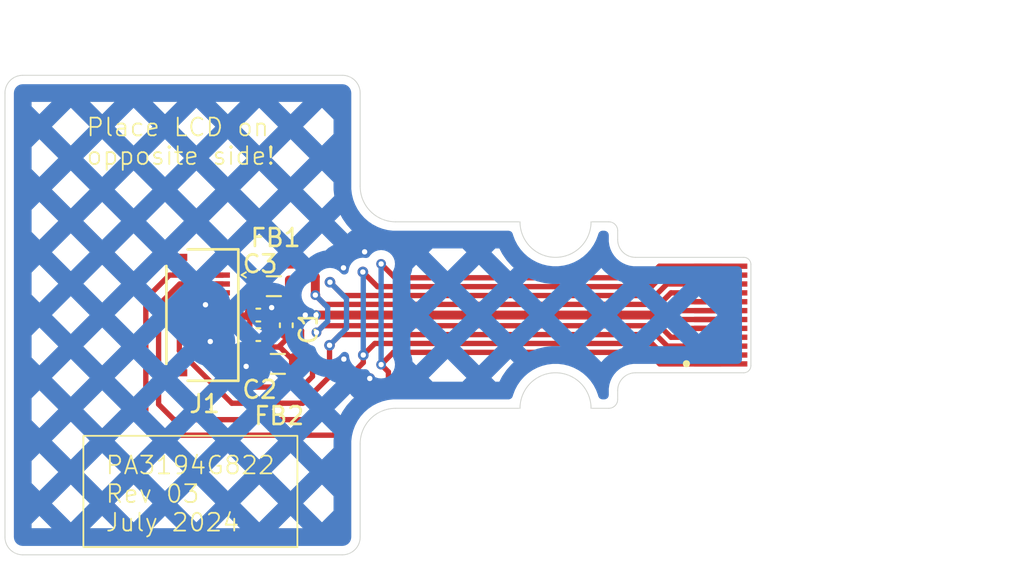
<source format=kicad_pcb>
(kicad_pcb (version 20240108) (generator "pcbnew") (generator_version "8.0")
  (title_block (title "Daughterboard") (date "2024-07-26") (rev "3"))
  (layers (0 "F.Cu" signal) (31 "B.Cu" signal) (34 "B.Paste" user) (35 "F.Paste" user) (36 "B.SilkS" user "B.Silkscreen") (37 "F.SilkS" user "F.Silkscreen") (38 "B.Mask" user) (39 "F.Mask" user) (44 "Edge.Cuts" user))
  (net 0 "")
  (net 1 "/VDDA")
  (net 2 "/VSSA")
  (net 3 "GND")
  (net 4 "/VDD")
  (net 5 "/SPI_CS")
  (net 6 "/SPI_SDI")
  (net 7 "/SPI_CLK")
  (footprint "Capacitor_SMD:C_0402_1005Metric" (layer "F.Cu") (at 118.265 101.1)
    (property "Reference" "C2" (at 0.075 3.1 0) (layer "F.SilkS"))
    (property "Value" "1u")
    (fp_line (start -0.107836 -0.36) (end 0.107836 -0.36) (stroke (width 0.12)) (layer "F.SilkS"))
    (fp_line (start -0.107836 0.36) (end 0.107836 0.36) (stroke (width 0.12)) (layer "F.SilkS"))
    (pad "1" smd roundrect (at -0.48 0) (size 0.56 0.62) (layers "F.Cu" "F.Paste" "F.Mask") (net 4 "/VDD"))
    (pad "2" smd roundrect (at 0.48 0) (size 0.56 0.62) (layers "F.Cu" "F.Paste" "F.Mask") (net 3 "GND"))
  )
  (footprint "Capacitor_SMD:C_0402_1005Metric" (layer "F.Cu") (at 119.84 100.575 90)
    (property "Reference" "C1" (at -0.1 1.25 -90) (layer "F.SilkS"))
    (property "Value" "1u")
    (fp_line (start -0.107836 -0.36) (end 0.107836 -0.36) (stroke (width 0.12)) (layer "F.SilkS"))
    (fp_line (start -0.107836 0.36) (end 0.107836 0.36) (stroke (width 0.12)) (layer "F.SilkS"))
    (pad "1" smd roundrect (at -0.48 0 90) (size 0.56 0.62) (layers "F.Cu" "F.Paste" "F.Mask") (net 2 "/VSSA"))
    (pad "2" smd roundrect (at 0.48 0 90) (size 0.56 0.62) (layers "F.Cu" "F.Paste" "F.Mask") (net 1 "/VDDA"))
  )
  (footprint "Inductor_SMD:L_0805_2012Metric" (layer "F.Cu") (at 119.14 98.375)
    (property "Reference" "FB1" (at 0.1 -2.725 0) (layer "F.SilkS"))
    (property "Value" "2k7")
    (fp_line (start -0.399622 -0.56) (end 0.399622 -0.56) (stroke (width 0.12)) (layer "F.SilkS"))
    (fp_line (start -0.399622 0.56) (end 0.399622 0.56) (stroke (width 0.12)) (layer "F.SilkS"))
    (pad "1" smd roundrect (at -1.0625 0) (size 0.875 1.2) (layers "F.Cu" "F.Paste" "F.Mask") (net 4 "/VDD"))
    (pad "2" smd roundrect (at 1.0625 0) (size 0.875 1.2) (layers "F.Cu" "F.Paste" "F.Mask") (net 1 "/VDDA"))
  )
  (footprint "Tundra_Connectors:Conn-FPC_Hirose-FH34SRJ-10S-0-5SH-50" (layer "F.Cu") (at 115.24 100 -90)
    (property "Reference" "J1" (at 5 0 180) (layer "F.SilkS"))
    (property "Value" "FH34SRJ-10S-0-5SH-50")
    (fp_line (start -2.762317 2.149624) (end 2.745517 2.149624) (stroke (width 0.1524)) (layer "F.SilkS"))
    (fp_line (start 3.7 0.95) (end 3.7 -1.9) (stroke (width 0.1524)) (layer "F.SilkS"))
    (fp_line (start -3.7 -1.9) (end -3.7 0.95) (stroke (width 0.1524)) (layer "F.SilkS"))
    (fp_line (start 3.7 -1.9) (end -3.7 -1.9) (stroke (width 0.1524)) (layer "F.SilkS"))
    (fp_line (start -2.26 -2.08) (end -2.11 -2.33) (stroke (width 0.1)) (layer "F.SilkS"))
    (fp_line (start -2.41 -2.33) (end -2.26 -2.08) (stroke (width 0.1)) (layer "F.SilkS"))
    (pad "1" smd rect (at -2.25 -1.025 270) (size 0.3 0.8) (layers "F.Cu" "F.Paste" "F.Mask") (net 7 "/SPI_CLK"))
    (pad "2" smd rect (at -1.75 -1.025 270) (size 0.3 0.8) (layers "F.Cu" "F.Paste" "F.Mask") (net 6 "/SPI_SDI"))
    (pad "3" smd rect (at -1.25 -1.025 270) (size 0.3 0.8) (layers "F.Cu" "F.Paste" "F.Mask") (net 5 "/SPI_CS"))
    (pad "4" smd rect (at -0.75 -1.025 270) (size 0.3 0.8) (layers "F.Cu" "F.Paste" "F.Mask") (net 3 "GND"))
    (pad "5" smd rect (at -0.25 -1.025 270) (size 0.3 0.8) (layers "F.Cu" "F.Paste" "F.Mask") (net 4 "/VDD"))
    (pad "6" smd rect (at 0.25 -1.025 270) (size 0.3 0.8) (layers "F.Cu" "F.Paste" "F.Mask") (net 1 "/VDDA"))
    (pad "7" smd rect (at 0.75 -1.025 270) (size 0.3 0.8) (layers "F.Cu" "F.Paste" "F.Mask") (net 4 "/VDD"))
    (pad "8" smd rect (at 1.25 -1.025 270) (size 0.3 0.8) (layers "F.Cu" "F.Paste" "F.Mask") (net 3 "GND"))
    (pad "9" smd rect (at 1.75 -1.025 270) (size 0.3 0.8) (layers "F.Cu" "F.Paste" "F.Mask") (net 3 "GND"))
    (pad "10" smd rect (at 2.25 -1.025 270) (size 0.3 0.8) (layers "F.Cu" "F.Paste" "F.Mask") (net 2 "/VSSA"))
    (pad "MP" smd rect (at -3.25 1.475 270) (size 0.4 1) (layers "F.Cu" "F.Paste" "F.Mask"))
    (pad "MP" smd rect (at 3.25 1.475 270) (size 0.4 1) (layers "F.Cu" "F.Paste" "F.Mask"))
  )
  (footprint "Inductor_SMD:L_0805_2012Metric" (layer "F.Cu") (at 119.365 102.75 180)
    (property "Reference" "FB2" (at -0.075 -2.925 180) (layer "F.SilkS"))
    (property "Value" "2k7")
    (fp_line (start -0.399622 0.56) (end 0.399622 0.56) (stroke (width 0.12)) (layer "F.SilkS"))
    (fp_line (start -0.399622 -0.56) (end 0.399622 -0.56) (stroke (width 0.12)) (layer "F.SilkS"))
    (pad "1" smd roundrect (at -1.0625 0 180) (size 0.875 1.2) (layers "F.Cu" "F.Paste" "F.Mask") (net 2 "/VSSA"))
    (pad "2" smd roundrect (at 1.0625 0 180) (size 0.875 1.2) (layers "F.Cu" "F.Paste" "F.Mask") (net 3 "GND"))
  )
  (footprint "Tundra_Connectors:Conn-FPC-CustomCable_01x12" (layer "F.Cu") (at 144.3 100 90)
    (property "Reference" "J2" (hide yes))
    (property "Value" "FPC-CustomCable_01x12")
    (fp_circle (center -2.74 -1.93) (end -2.64 -1.93) (stroke (width 0.2)) (fill none) (layer "F.SilkS"))
    (pad "1" smd rect (at -2.75 0 90) (size 0.3 3) (layers "F.Cu" "F.Paste" "F.Mask") (net 7 "/SPI_CLK"))
    (pad "2" smd rect (at -2.25 0 90) (size 0.3 3) (layers "F.Cu" "F.Paste" "F.Mask") (net 6 "/SPI_SDI"))
    (pad "3" smd rect (at -1.75 0 90) (size 0.3 3) (layers "F.Cu" "F.Paste" "F.Mask") (net 5 "/SPI_CS"))
    (pad "4" smd rect (at -1.25 0 90) (size 0.3 3) (layers "F.Cu" "F.Paste" "F.Mask") (net 4 "/VDD"))
    (pad "5" smd rect (at -0.75 0 90) (size 0.3 3) (layers "F.Cu" "F.Paste" "F.Mask") (net 3 "GND"))
    (pad "6" smd rect (at -0.25 0 90) (size 0.3 3) (layers "F.Cu" "F.Paste" "F.Mask") (net 3 "GND"))
    (pad "7" smd rect (at 0.25 0 90) (size 0.3 3) (layers "F.Cu" "F.Paste" "F.Mask") (net 3 "GND"))
    (pad "8" smd rect (at 0.75 0 90) (size 0.3 3) (layers "F.Cu" "F.Paste" "F.Mask") (net 3 "GND"))
    (pad "9" smd rect (at 1.25 0 90) (size 0.3 3) (layers "F.Cu" "F.Paste" "F.Mask") (net 4 "/VDD"))
    (pad "10" smd rect (at 1.75 0 90) (size 0.3 3) (layers "F.Cu" "F.Paste" "F.Mask") (net 5 "/SPI_CS"))
    (pad "11" smd rect (at 2.25 0 90) (size 0.3 3) (layers "F.Cu" "F.Paste" "F.Mask") (net 6 "/SPI_SDI"))
    (pad "12" smd rect (at 2.75 0 90) (size 0.3 3) (layers "F.Cu" "F.Paste" "F.Mask") (net 7 "/SPI_CLK"))
  )
  (footprint "Capacitor_SMD:C_0402_1005Metric" (layer "F.Cu") (at 118.265 100)
    (property "Reference" "C3" (at 0.1 -2.875 0) (layer "F.SilkS"))
    (property "Value" "560")
    (fp_line (start -0.107836 -0.36) (end 0.107836 -0.36) (stroke (width 0.12)) (layer "F.SilkS"))
    (fp_line (start -0.107836 0.36) (end 0.107836 0.36) (stroke (width 0.12)) (layer "F.SilkS"))
    (pad "1" smd roundrect (at -0.48 0) (size 0.56 0.62) (layers "F.Cu" "F.Paste" "F.Mask") (net 4 "/VDD"))
    (pad "2" smd roundrect (at 0.48 0) (size 0.56 0.62) (layers "F.Cu" "F.Paste" "F.Mask") (net 3 "GND"))
  )
  (gr_rect (start 108.415 106.8) (end 120.465 113.065) (stroke (width 0.1)) (fill none) (layer "F.SilkS"))
  (gr_arc (start 104 87.5) (mid 104.292893 86.792893) (end 105 86.5) (stroke (width 0.05)) (layer "Edge.Cuts"))
  (gr_arc (start 139.5 96.75) (mid 138.792893 96.457107) (end 138.5 95.75) (stroke (width 0.05)) (layer "Edge.Cuts"))
  (gr_line (start 139.5 96.75) (end 145.6 96.75) (stroke (width 0.05)) (layer "Edge.Cuts"))
  (gr_line (start 105 86.5) (end 123 86.5) (stroke (width 0.05)) (layer "Edge.Cuts"))
  (gr_line (start 124 112.5) (end 124 107.25) (stroke (width 0.05)) (layer "Edge.Cuts"))
  (gr_line (start 133 105.25) (end 126 105.25) (stroke (width 0.05)) (layer "Edge.Cuts"))
  (gr_line (start 105 113.5) (end 123 113.5) (stroke (width 0.05)) (layer "Edge.Cuts"))
  (gr_arc (start 123 86.5) (mid 123.707107 86.792893) (end 124 87.5) (stroke (width 0.05)) (layer "Edge.Cuts"))
  (gr_arc (start 133 105.25) (mid 135 103.25) (end 137 105.25) (stroke (width 0.05)) (layer "Edge.Cuts"))
  (gr_line (start 146 97.15) (end 146 102.85) (stroke (width 0.05)) (layer "Edge.Cuts"))
  (gr_arc (start 138.5 104.25) (mid 138.792893 103.542893) (end 139.5 103.25) (stroke (width 0.05)) (layer "Edge.Cuts"))
  (gr_arc (start 124 112.5) (mid 123.707107 113.207107) (end 123 113.5) (stroke (width 0.05)) (layer "Edge.Cuts"))
  (gr_arc (start 145.6 96.75) (mid 145.882843 96.867157) (end 146 97.15) (stroke (width 0.05)) (layer "Edge.Cuts"))
  (gr_line (start 124 87.5) (end 124 92.75) (stroke (width 0.05)) (layer "Edge.Cuts"))
  (gr_arc (start 138 94.75) (mid 138.353553 94.896447) (end 138.5 95.25) (stroke (width 0.05)) (layer "Edge.Cuts"))
  (gr_line (start 139.5 103.25) (end 145.6 103.25) (stroke (width 0.05)) (layer "Edge.Cuts"))
  (gr_line (start 137 105.25) (end 138 105.25) (stroke (width 0.05)) (layer "Edge.Cuts"))
  (gr_arc (start 146 102.85) (mid 145.882843 103.132843) (end 145.6 103.25) (stroke (width 0.05)) (layer "Edge.Cuts"))
  (gr_line (start 138.5 95.25) (end 138.5 95.75) (stroke (width 0.05)) (layer "Edge.Cuts"))
  (gr_arc (start 126 94.75) (mid 124.585786 94.164214) (end 124 92.75) (stroke (width 0.05)) (layer "Edge.Cuts"))
  (gr_arc (start 138.5 104.75) (mid 138.353553 105.103553) (end 138 105.25) (stroke (width 0.05)) (layer "Edge.Cuts"))
  (gr_line (start 137 94.75) (end 138 94.75) (stroke (width 0.05)) (layer "Edge.Cuts"))
  (gr_line (start 104 87.5) (end 104 112.5) (stroke (width 0.05)) (layer "Edge.Cuts"))
  (gr_arc (start 105 113.5) (mid 104.292893 113.207107) (end 104 112.5) (stroke (width 0.05)) (layer "Edge.Cuts"))
  (gr_arc (start 124 107.25) (mid 124.585786 105.835786) (end 126 105.25) (stroke (width 0.05)) (layer "Edge.Cuts"))
  (gr_arc (start 137 94.75) (mid 135 96.75) (end 133 94.75) (stroke (width 0.05)) (layer "Edge.Cuts"))
  (gr_line (start 133 94.75) (end 126 94.75) (stroke (width 0.05)) (layer "Edge.Cuts"))
  (gr_line (start 138.5 104.75) (end 138.5 104.25) (stroke (width 0.05)) (layer "Edge.Cuts"))
  (gr_text "Place LCD on \nopposite side!" (at 108.52 91.62 0) (layer "F.SilkS") (effects (font (size 1 1) (thickness 0.1)) (justify left bottom)))
  (gr_text "PA3194G822\nRev 03\nJuly 2024" (at 109.605 112.2625 0) (layer "F.SilkS") (effects (font (size 1 1) (thickness 0.1)) (justify left bottom)))
  (segment (start 120.7 101.43) (end 120.7 100.88) (width 0.3) (layer "F.Cu") (net 1))
  (segment (start 120.4275 99.0675) (end 120.4275 98.53) (width 0.3) (layer "F.Cu") (net 1))
  (segment (start 119.84 100.225) (end 119.84 99.655) (width 0.3) (layer "F.Cu") (net 1))
  (segment (start 116.265 100.25) (end 115.02 100.25) (width 0.3) (layer "F.Cu") (net 1))
  (segment (start 121.315 103.455) (end 121.315 102.045) (width 0.3) (layer "F.Cu") (net 1))
  (segment (start 116.835 104.055) (end 120.715 104.055) (width 0.3) (layer "F.Cu") (net 1))
  (segment (start 119.915 100.095) (end 119.84 100.095) (width 0.3) (layer "F.Cu") (net 1))
  (segment (start 119.84 99.655) (end 120.4275 99.0675) (width 0.3) (layer "F.Cu") (net 1))
  (segment (start 121.315 102.045) (end 120.7 101.43) (width 0.3) (layer "F.Cu") (net 1))
  (segment (start 120.715 104.055) (end 121.315 103.455) (width 0.3) (layer "F.Cu") (net 1))
  (segment (start 114.6 101.82) (end 116.835 104.055) (width 0.3) (layer "F.Cu") (net 1))
  (segment (start 120.7 100.88) (end 119.915 100.095) (width 0.3) (layer "F.Cu") (net 1))
  (segment (start 115.02 100.25) (end 114.6 100.67) (width 0.3) (layer "F.Cu") (net 1))
  (segment (start 114.6 100.67) (end 114.6 101.82) (width 0.3) (layer "F.Cu") (net 1))
  (segment (start 119.84 101.3675) (end 119.48375 101.72375) (width 0.3) (layer "F.Cu") (net 2))
  (segment (start 119.4075 101.8) (end 119.48375 101.72375) (width 0.3) (layer "F.Cu") (net 2))
  (segment (start 116.265 102.25) (end 116.91 102.25) (width 0.3) (layer "F.Cu") (net 2))
  (segment (start 117.36 101.8) (end 119.4075 101.8) (width 0.3) (layer "F.Cu") (net 2))
  (segment (start 116.91 102.25) (end 117.36 101.8) (width 0.3) (layer "F.Cu") (net 2))
  (segment (start 119.4075 101.8) (end 119.4775 101.8) (width 0.3) (layer "F.Cu") (net 2))
  (segment (start 119.4775 101.8) (end 120.4275 102.75) (width 0.3) (layer "F.Cu") (net 2))
  (segment (start 119.84 101.185) (end 119.84 101.3675) (width 0.3) (layer "F.Cu") (net 2))
  (segment (start 117.595 102.905) (end 117.58 102.89) (width 0.3) (layer "F.Cu") (net 3))
  (segment (start 118.745 99.85) (end 119.015 99.58) (width 0.3) (layer "F.Cu") (net 3))
  (segment (start 116.265 101.75) (end 115.82 101.75) (width 0.3) (layer "F.Cu") (net 3))
  (segment (start 116.265 99.25) (end 115.46 99.25) (width 0.3) (layer "F.Cu") (net 3))
  (segment (start 140.975 100) (end 141.725 99.25) (width 0.3) (layer "F.Cu") (net 3))
  (segment (start 121.52 100) (end 120.91 100) (width 0.5) (layer "F.Cu") (net 3))
  (segment (start 140.975 100) (end 121.52 100) (width 0.5) (layer "F.Cu") (net 3))
  (segment (start 141.725 100.75) (end 141.075 100.1) (width 0.3) (layer "F.Cu") (net 3))
  (segment (start 116.265 101.25) (end 115.8 101.25) (width 0.3) (layer "F.Cu") (net 3))
  (segment (start 118.745 99.96) (end 118.745 100.18) (width 0.3) (layer "F.Cu") (net 3))
  (segment (start 144.3 100.75) (end 141.725 100.75) (width 0.3) (layer "F.Cu") (net 3))
  (segment (start 118.0775 103.0675) (end 118.0775 102.905) (width 0.3) (layer "F.Cu") (net 3))
  (segment (start 118.745 99.96) (end 118.745 99.85) (width 0.3) (layer "F.Cu") (net 3))
  (segment (start 115.8 101.25) (end 115.56 101.49) (width 0.3) (layer "F.Cu") (net 3))
  (segment (start 115.82 101.75) (end 115.56 101.49) (width 0.3) (layer "F.Cu") (net 3))
  (segment (start 117.69 102.905) (end 117.595 102.905) (width 0.3) (layer "F.Cu") (net 3))
  (segment (start 144.3 100.25) (end 141.225 100.25) (width 0.3) (layer "F.Cu") (net 3))
  (segment (start 144.3 99.75) (end 141.225 99.75) (width 0.3) (layer "F.Cu") (net 3))
  (segment (start 141.225 100.25) (end 140.975 100) (width 0.3) (layer "F.Cu") (net 3))
  (segment (start 118.3025 102.75) (end 117.72 102.75) (width 0.3) (layer "F.Cu") (net 3))
  (segment (start 117.69 102.905) (end 118.0775 102.905) (width 0.3) (layer "F.Cu") (net 3))
  (segment (start 141.725 99.25) (end 144.3 99.25) (width 0.3) (layer "F.Cu") (net 3))
  (segment (start 117.72 102.75) (end 117.58 102.89) (width 0.3) (layer "F.Cu") (net 3))
  (segment (start 141.225 100.25) (end 141.075 100.1) (width 0.3) (layer "F.Cu") (net 3))
  (segment (start 141.225 99.75) (end 140.975 100) (width 0.3) (layer "F.Cu") (net 3))
  (segment (start 141.075 100.1) (end 140.975 100) (width 0.3) (layer "F.Cu") (net 3))
  (segment (start 118.745 100) (end 118.745 101.1) (width 0.3) (layer "F.Cu") (net 3))
  (segment (start 115.46 99.25) (end 115.29 99.42) (width 0.3) (layer "F.Cu") (net 3))
  (via (at 119.015 99.58) (size 0.6) (drill 0.3) (layers "F.Cu" "B.Cu") (net 3))
  (via (at 123.06 97.34) (size 0.6) (drill 0.3) (layers "F.Cu" "B.Cu") (net 3))
  (via (at 115.29 99.42) (size 0.6) (drill 0.3) (layers "F.Cu" "B.Cu") (net 3))
  (via (at 121.52 100) (size 0.55) (drill 0.3) (layers "F.Cu" "B.Cu") (net 3))
  (via (at 123.08 102.48) (size 0.6) (drill 0.3) (layers "F.Cu" "B.Cu") (net 3))
  (via (at 124.25 96.44) (size 0.6) (drill 0.3) (layers "F.Cu" "B.Cu") (net 3))
  (via (at 117.58 102.89) (size 0.6) (drill 0.3) (layers "F.Cu" "B.Cu") (net 3))
  (via (at 120.91 100) (size 0.55) (drill 0.3) (layers "F.Cu" "B.Cu") (net 3))
  (via (at 115.56 101.49) (size 0.6) (drill 0.3) (layers "F.Cu" "B.Cu") (net 3))
  (via (at 124.54 103.57) (size 0.6) (drill 0.3) (layers "F.Cu" "B.Cu") (net 3))
  (segment (start 116.82 100.75) (end 117.57 100) (width 0.3) (layer "F.Cu") (net 4))
  (segment (start 144.3 98.75) (end 141.5 98.75) (width 0.3) (layer "F.Cu") (net 4))
  (segment (start 141.5 101.25) (end 140.85 100.6) (width 0.3) (layer "F.Cu") (net 4))
  (segment (start 121.975 100.6) (end 121.92 100.6) (width 0.3) (layer "F.Cu") (net 4))
  (segment (start 117.785 100) (end 117.785 99.355) (width 0.5) (layer "F.Cu") (net 4))
  (segment (start 119.09 97.13) (end 118.0775 98.1425) (width 0.5) (layer "F.Cu") (net 4))
  (segment (start 140.85 100.6) (end 121.975 100.6) (width 0.3) (layer "F.Cu") (net 4))
  (segment (start 121.92 100.6) (end 121.54 100.98) (width 0.3) (layer "F.Cu") (net 4))
  (segment (start 120.76 97.13) (end 119.09 97.13) (width 0.5) (layer "F.Cu") (net 4))
  (segment (start 144.3 101.25) (end 141.5 101.25) (width 0.3) (layer "F.Cu") (net 4))
  (segment (start 120.76 97.13) (end 121.475 97.845) (width 0.5) (layer "F.Cu") (net 4))
  (segment (start 141.5 98.75) (end 140.85 99.4) (width 0.3) (layer "F.Cu") (net 4))
  (segment (start 116.265 100.75) (end 116.82 100.75) (width 0.3) (layer "F.Cu") (net 4))
  (segment (start 118.0775 99.0625) (end 118.0775 98.375) (width 0.5) (layer "F.Cu") (net 4))
  (segment (start 121.475 97.845) (end 121.475 98.875) (width 0.5) (layer "F.Cu") (net 4))
  (segment (start 140.85 99.4) (end 122 99.4) (width 0.3) (layer "F.Cu") (net 4))
  (segment (start 116.265 99.75) (end 116.82 99.75) (width 0.3) (layer "F.Cu") (net 4))
  (segment (start 117.785 99.355) (end 118.0775 99.0625) (width 0.5) (layer "F.Cu") (net 4))
  (segment (start 117.57 100) (end 117.785 100) (width 0.3) (layer "F.Cu") (net 4))
  (segment (start 116.82 99.75) (end 117.07 100) (width 0.3) (layer "F.Cu") (net 4))
  (segment (start 122 99.4) (end 121.475 98.875) (width 0.3) (layer "F.Cu") (net 4))
  (segment (start 117.785 101.28) (end 117.785 100.18) (width 0.3) (layer "F.Cu") (net 4))
  (segment (start 117.07 100) (end 117.57 100) (width 0.3) (layer "F.Cu") (net 4))
  (segment (start 118.0775 98.1425) (end 118.0775 98.375) (width 0.5) (layer "F.Cu") (net 4))
  (via (at 121.475 98.875) (size 0.55) (drill 0.3) (layers "F.Cu" "B.Cu") (net 4))
  (via (at 121.54 100.98) (size 0.55) (drill 0.3) (layers "F.Cu" "B.Cu") (net 4))
  (segment (start 122.17 100.35) (end 122.17 99.57) (width 0.3) (layer "B.Cu") (net 4))
  (segment (start 121.54 100.98) (end 122.17 100.35) (width 0.3) (layer "B.Cu") (net 4))
  (segment (start 122.17 99.57) (end 121.475 98.875) (width 0.3) (layer "B.Cu") (net 4))
  (segment (start 141.292894 101.75) (end 140.642894 101.1) (width 0.3) (layer "F.Cu") (net 5))
  (segment (start 144.3 98.25) (end 141.275 98.25) (width 0.3) (layer "F.Cu") (net 5))
  (segment (start 122.875 101.1) (end 140.642894 101.1) (width 0.3) (layer "F.Cu") (net 5))
  (segment (start 123.05 98.9) (end 122.3 98.15) (width 0.3) (layer "F.Cu") (net 5))
  (segment (start 122.875 101.1) (end 122.275 101.7) (width 0.3) (layer "F.Cu") (net 5))
  (segment (start 114.74 98.75) (end 113.82 99.67) (width 0.3) (layer "F.Cu") (net 5))
  (segment (start 122.275 103.46) (end 122.275 101.7) (width 0.3) (layer "F.Cu") (net 5))
  (segment (start 140.625 98.9) (end 123.05 98.9) (width 0.3) (layer "F.Cu") (net 5))
  (segment (start 113.82 102.01) (end 116.775 104.965) (width 0.3) (layer "F.Cu") (net 5))
  (segment (start 113.82 99.67) (end 113.82 102.01) (width 0.3) (layer "F.Cu") (net 5))
  (segment (start 120.77 104.965) (end 122.275 103.46) (width 0.3) (layer "F.Cu") (net 5))
  (segment (start 141.275 98.25) (end 140.625 98.9) (width 0.3) (layer "F.Cu") (net 5))
  (segment (start 116.775 104.965) (end 120.77 104.965) (width 0.3) (layer "F.Cu") (net 5))
  (segment (start 116.265 98.75) (end 114.74 98.75) (width 0.3) (layer "F.Cu") (net 5))
  (segment (start 144.3 101.75) (end 141.292894 101.75) (width 0.3) (layer "F.Cu") (net 5))
  (via (at 122.3 98.15) (size 0.6) (drill 0.3) (layers "F.Cu" "B.Cu") (net 5))
  (via (at 122.275 101.7) (size 0.6) (drill 0.3) (layers "F.Cu" "B.Cu") (net 5))
  (segment (start 123.23 100.745) (end 122.275 101.7) (width 0.3) (layer "B.Cu") (net 5))
  (segment (start 122.3 98.15) (end 123.23 99.08) (width 0.3) (layer "B.Cu") (net 5))
  (segment (start 123.23 99.08) (end 123.23 100.745) (width 0.3) (layer "B.Cu") (net 5))
  (segment (start 140.4 98.4) (end 141.05 97.75) (width 0.3) (layer "F.Cu") (net 6))
  (segment (start 124.825 101.6) (end 124.175 102.25) (width 0.3) (layer "F.Cu") (net 6))
  (segment (start 113.84 98.25) (end 116.265 98.25) (width 0.3) (layer "F.Cu") (net 6))
  (segment (start 112.65 105.025) (end 112.65 99.44) (width 0.3) (layer "F.Cu") (net 6))
  (segment (start 112.65 99.44) (end 113.84 98.25) (width 0.3) (layer "F.Cu") (net 6))
  (segment (start 113.515 105.89) (end 112.65 105.025) (width 0.3) (layer "F.Cu") (net 6))
  (segment (start 124.175 102.675) (end 120.96 105.89) (width 0.3) (layer "F.Cu") (net 6))
  (segment (start 124.975 98.4) (end 140.4 98.4) (width 0.3) (layer "F.Cu") (net 6))
  (segment (start 140.425 101.6) (end 124.825 101.6) (width 0.3) (layer "F.Cu") (net 6))
  (segment (start 124.175 102.25) (end 124.175 102.675) (width 0.3) (layer "F.Cu") (net 6))
  (segment (start 141.075 102.25) (end 140.425 101.6) (width 0.3) (layer "F.Cu") (net 6))
  (segment (start 141.05 97.75) (end 144.3 97.75) (width 0.3) (layer "F.Cu") (net 6))
  (segment (start 144.3 102.25) (end 141.075 102.25) (width 0.3) (layer "F.Cu") (net 6))
  (segment (start 124.15 97.575) (end 124.975 98.4) (width 0.3) (layer "F.Cu") (net 6))
  (segment (start 120.96 105.89) (end 113.515 105.89) (width 0.3) (layer "F.Cu") (net 6))
  (via (at 124.15 97.575) (size 0.6) (drill 0.3) (layers "F.Cu" "B.Cu") (net 6))
  (via (at 124.175 102.25) (size 0.6) (drill 0.3) (layers "F.Cu" "B.Cu") (net 6))
  (segment (start 124.175 102.25) (end 124.175 97.6) (width 0.3) (layer "B.Cu") (net 6))
  (segment (start 124.15 102.225) (end 124.175 102.25) (width 0.3) (layer "B.Cu") (net 6))
  (segment (start 124.175 97.6) (end 124.15 97.575) (width 0.3) (layer "B.Cu") (net 6))
  (segment (start 113.09 106.765) (end 122.615 106.765) (width 0.3) (layer "F.Cu") (net 7))
  (segment (start 126.6 102.1) (end 140.217894 102.1) (width 0.3) (layer "F.Cu") (net 7))
  (segment (start 125.59 103.2) (end 125.18 102.79) (width 0.3) (layer "F.Cu") (net 7))
  (segment (start 126.6 102.1) (end 125.87 102.1) (width 0.3) (layer "F.Cu") (net 7))
  (segment (start 125.87 102.1) (end 125.18 102.79) (width 0.3) (layer "F.Cu") (net 7))
  (segment (start 140.842894 97.25) (end 140.192894 97.9) (width 0.3) (layer "F.Cu") (net 7))
  (segment (start 140.217894 102.1) (end 140.867894 102.75) (width 0.3) (layer "F.Cu") (net 7))
  (segment (start 116.265 97.75) (end 113.26 97.75) (width 0.3) (layer "F.Cu") (net 7))
  (segment (start 140.867894 102.75) (end 144.3 102.75) (width 0.3) (layer "F.Cu") (net 7))
  (segment (start 140.192894 97.9) (end 125.96 97.9) (width 0.3) (layer "F.Cu") (net 7))
  (segment (start 144.3 97.25) (end 140.842894 97.25) (width 0.3) (layer "F.Cu") (net 7))
  (segment (start 125.96 97.9) (end 125.18 97.12) (width 0.3) (layer "F.Cu") (net 7))
  (segment (start 125.59 103.79) (end 125.59 103.2) (width 0.3) (layer "F.Cu") (net 7))
  (segment (start 113.26 97.75) (end 111.93 99.08) (width 0.3) (layer "F.Cu") (net 7))
  (segment (start 122.615 106.765) (end 125.59 103.79) (width 0.3) (layer "F.Cu") (net 7))
  (segment (start 111.93 99.08) (end 111.93 105.605) (width 0.3) (layer "F.Cu") (net 7))
  (segment (start 111.93 105.605) (end 113.09 106.765) (width 0.3) (layer "F.Cu") (net 7))
  (via (at 125.18 97.12) (size 0.55) (drill 0.3) (layers "F.Cu" "B.Cu") (net 7))
  (via (at 125.18 102.79) (size 0.55) (drill 0.3) (layers "F.Cu" "B.Cu") (net 7))
  (segment (start 125.18 97.12) (end 125.18 102.79) (width 0.3) (layer "B.Cu") (net 7))
  (zone (net 3) (net_name "GND") (layer "B.Cu") (connect_pads (clearance 0.5)) (min_thickness 0.5) (fill yes (mode hatch) (thermal_gap 0.5) (thermal_bridge_width 0.5) (hatch_thickness 1) (hatch_gap 1.5) (hatch_orientation 45) (hatch_border_algorithm hatch_thickness) (hatch_min_hole_area 0.3))
    (polygon (pts (xy 103.74 86.16) (xy 135.18 86.25) (xy 135.25 94.04) (xy 146.12 94.14) (xy 146.12 105.6) (xy 135.25 105.55) (xy 135.15 113.79) (xy 103.72 113.88)))
  )
)
</source>
